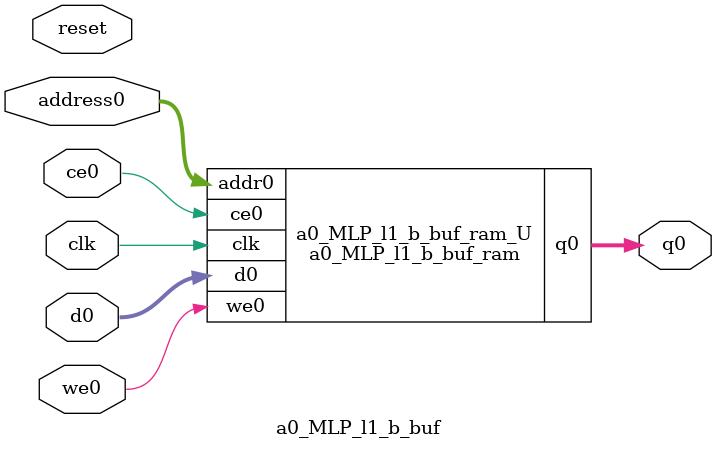
<source format=v>
`timescale 1 ns / 1 ps
module a0_MLP_l1_b_buf_ram (addr0, ce0, d0, we0, q0,  clk);

parameter DWIDTH = 8;
parameter AWIDTH = 7;
parameter MEM_SIZE = 100;

input[AWIDTH-1:0] addr0;
input ce0;
input[DWIDTH-1:0] d0;
input we0;
output reg[DWIDTH-1:0] q0;
input clk;

(* ram_style = "distributed" *)reg [DWIDTH-1:0] ram[0:MEM_SIZE-1];




always @(posedge clk)  
begin 
    if (ce0) 
    begin
        if (we0) 
        begin 
            ram[addr0] <= d0; 
        end 
        q0 <= ram[addr0];
    end
end


endmodule

`timescale 1 ns / 1 ps
module a0_MLP_l1_b_buf(
    reset,
    clk,
    address0,
    ce0,
    we0,
    d0,
    q0);

parameter DataWidth = 32'd8;
parameter AddressRange = 32'd100;
parameter AddressWidth = 32'd7;
input reset;
input clk;
input[AddressWidth - 1:0] address0;
input ce0;
input we0;
input[DataWidth - 1:0] d0;
output[DataWidth - 1:0] q0;



a0_MLP_l1_b_buf_ram a0_MLP_l1_b_buf_ram_U(
    .clk( clk ),
    .addr0( address0 ),
    .ce0( ce0 ),
    .we0( we0 ),
    .d0( d0 ),
    .q0( q0 ));

endmodule


</source>
